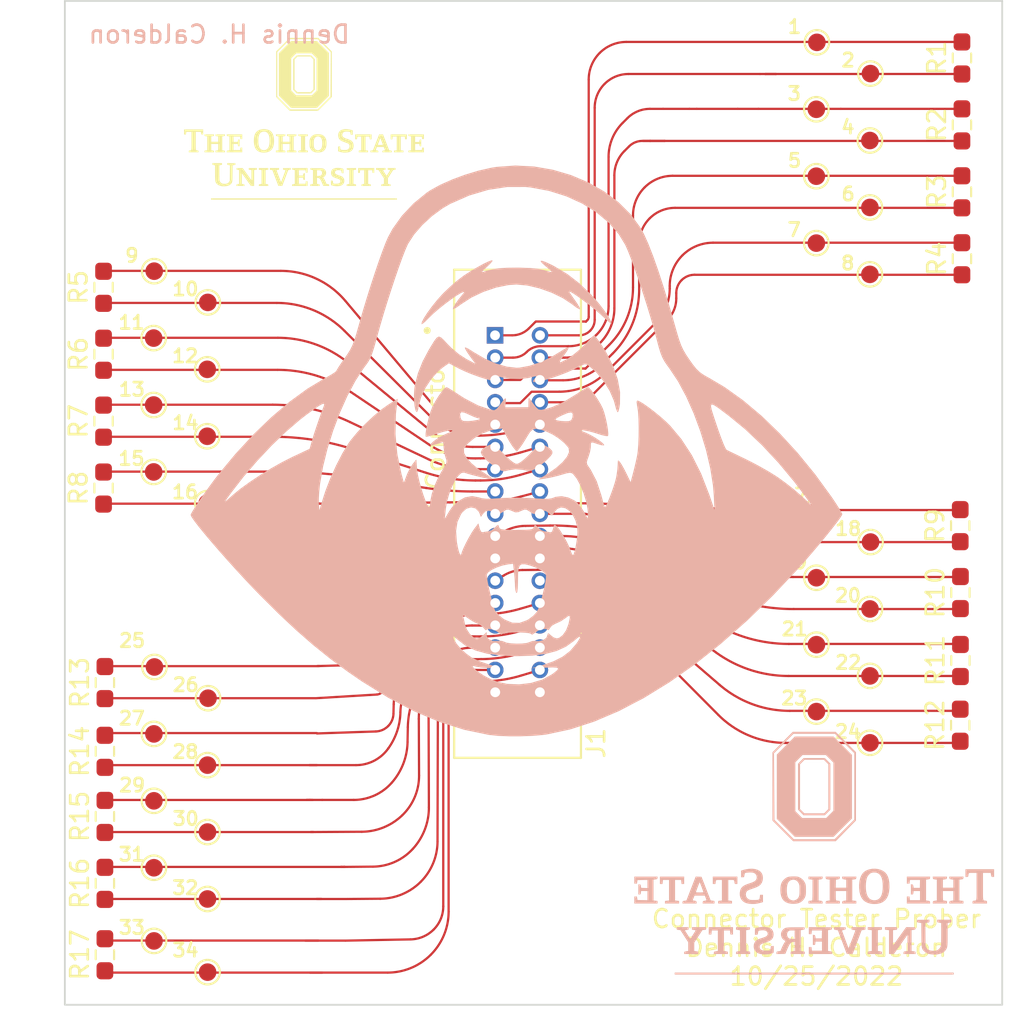
<source format=kicad_pcb>
(kicad_pcb (version 20211014) (generator pcbnew)
  (title_block (company "The Ohio State University"))
  (layers (0 "F.Cu" signal) (31 "B.Cu" signal) (34 "B.Paste" user) (35 "F.Paste" user) (36 "B.SilkS" user "B.Silkscreen") (37 "F.SilkS" user "F.Silkscreen") (38 "B.Mask" user) (39 "F.Mask" user) (44 "Edge.Cuts" user))
  (net 0 "")
  (net 1 "Net-(J1-Pad1)")
  (net 2 "Net-(J1-Pad2)")
  (net 3 "Net-(J1-Pad3)")
  (net 4 "Net-(J1-Pad4)")
  (net 5 "Net-(J1-Pad5)")
  (net 6 "Net-(J1-Pad6)")
  (net 7 "Net-(J1-Pad7)")
  (net 8 "Net-(J1-Pad8)")
  (net 9 "Net-(J1-Pad9)")
  (net 10 "Net-(J1-Pad10)")
  (net 11 "Net-(J1-Pad11)")
  (net 12 "Net-(J1-Pad12)")
  (net 13 "Net-(J1-Pad13)")
  (net 14 "Net-(J1-Pad14)")
  (net 15 "Net-(J1-Pad15)")
  (net 16 "Net-(J1-Pad16)")
  (net 17 "Net-(J1-Pad17)")
  (net 18 "Net-(J1-Pad18)")
  (net 19 "Net-(J1-Pad19)")
  (net 20 "Net-(J1-Pad20)")
  (net 21 "Net-(J1-Pad21)")
  (net 22 "Net-(J1-Pad22)")
  (net 23 "Net-(J1-Pad23)")
  (net 24 "Net-(J1-Pad24)")
  (net 25 "Net-(J1-Pad25)")
  (net 26 "Net-(J1-Pad26)")
  (net 27 "Net-(J1-Pad27)")
  (net 28 "Net-(J1-Pad28)")
  (net 29 "Net-(J1-Pad29)")
  (net 30 "Net-(J1-Pad30)")
  (net 31 "Net-(J1-Pad31)")
  (net 32 "Net-(J1-Pad32)")
  (net 33 "Net-(J1-Pad33)")
  (net 34 "Net-(J1-Pad34)")
  (footprint "Resistor_SMD:R_0603_1608Metric_Pad0.98x0.95mm_HandSolder" (layer "F.Cu") (at 152.81 109.1755 90)
    (fp_text reference "R9")
    (fp_text value "R_US")
  )
  (footprint "TestPoint:TestPoint_Pad_D1.0mm" (layer "F.Cu") (at 106.9284 128.651)
    (fp_text reference "REF**" hide)
    (fp_text value "TestPoint_Pad_D1.0mm")
  )
  (footprint "Resistor_SMD:R_0603_1608Metric_Pad0.98x0.95mm_HandSolder" (layer "F.Cu") (at 104.0638 99.4156 90)
    (fp_text reference "R6")
    (fp_text value "R_US")
  )
  (footprint "TestPoint:TestPoint_Pad_D1.0mm" (layer "F.Cu") (at 147.6756 121.539)
    (fp_text reference "REF**" hide)
    (fp_text value "TestPoint_Pad_D1.0mm")
  )
  (footprint "TestPoint:TestPoint_Pad_D1.0mm" (layer "F.Cu") (at 110.0074 118.999)
    (fp_text reference "REF**" hide)
    (fp_text value "TestPoint_Pad_D1.0mm")
  )
  (footprint "Resistor_SMD:R_0603_1608Metric_Pad0.98x0.95mm_HandSolder" (layer "F.Cu") (at 104.14 133.604 90)
    (fp_text reference "R17")
    (fp_text value "R_US")
  )
  (footprint "HELIX:HELIX_DCT_ICDconnector34pin_corrected" (layer "F.Cu") (at 127.62024 108.5 -90)
    (fp_text reference "J1")
    (fp_text value "2x17 Connector")
  )
  (footprint "TestPoint:TestPoint_Pad_D1.0mm" (layer "F.Cu") (at 106.9458 94.6876)
    (fp_text reference "REF**" hide)
    (fp_text value "TestPoint_Pad_D1.0mm")
  )
  (footprint "TestPoint:TestPoint_Pad_D1.0mm" (layer "F.Cu") (at 106.9148 102.3076)
    (fp_text reference "REF**" hide)
    (fp_text value "TestPoint_Pad_D1.0mm")
  )
  (footprint "Resistor_SMD:R_0603_1608Metric_Pad0.98x0.95mm_HandSolder" (layer "F.Cu") (at 104.0638 95.6056 90)
    (fp_text reference "R5")
    (fp_text value "R_US")
  )
  (footprint "TestPoint:TestPoint_Pad_D1.0mm" (layer "F.Cu") (at 144.622 93.091)
    (fp_text reference "REF**" hide)
    (fp_text value "TestPoint_Pad_D1.0mm")
  )
  (footprint "TestPoint:TestPoint_Pad_D1.0mm" (layer "F.Cu") (at 147.701 83.439)
    (fp_text reference "REF**" hide)
    (fp_text value "TestPoint_Pad_D1.0mm")
  )
  (footprint "TestPoint:TestPoint_Pad_D1.0mm" (layer "F.Cu") (at 147.67 94.869)
    (fp_text reference "REF**" hide)
    (fp_text value "TestPoint_Pad_D1.0mm")
  )
  (footprint "TestPoint:TestPoint_Pad_D1.0mm" (layer "F.Cu") (at 106.9148 98.4976)
    (fp_text reference "REF**" hide)
    (fp_text value "TestPoint_Pad_D1.0mm")
  )
  (footprint "TestPoint:TestPoint_Pad_D1.0mm" (layer "F.Cu") (at 106.9148 106.1176)
    (fp_text reference "REF**" hide)
    (fp_text value "TestPoint_Pad_D1.0mm")
  )
  (footprint "TestPoint:TestPoint_Pad_D1.0mm" (layer "F.Cu") (at 147.6756 117.729)
    (fp_text reference "REF**" hide)
    (fp_text value "TestPoint_Pad_D1.0mm")
  )
  (footprint "TestPoint:TestPoint_Pad_D1.0mm" (layer "F.Cu") (at 106.9594 117.221)
    (fp_text reference "REF**" hide)
    (fp_text value "TestPoint_Pad_D1.0mm")
  )
  (footprint "TestPoint:TestPoint_Pad_D1.0mm" (layer "F.Cu") (at 106.934 132.8166)
    (fp_text reference "REF**" hide)
    (fp_text value "TestPoint_Pad_D1.0mm")
  )
  (footprint "TestPoint:TestPoint_Pad_D1.0mm" (layer "F.Cu") (at 109.9628 104.0856)
    (fp_text reference "REF**" hide)
    (fp_text value "TestPoint_Pad_D1.0mm")
  )
  (footprint "TestPoint:TestPoint_Pad_D1.0mm" (layer "F.Cu") (at 144.6276 112.141)
    (fp_text reference "REF**" hide)
    (fp_text value "TestPoint_Pad_D1.0mm")
  )
  (footprint "TestPoint:TestPoint_Pad_D1.0mm" (layer "F.Cu") (at 147.67 87.249)
    (fp_text reference "REF**" hide)
    (fp_text value "TestPoint_Pad_D1.0mm")
  )
  (footprint "Resistor_SMD:R_0603_1608Metric_Pad0.98x0.95mm_HandSolder" (layer "F.Cu") (at 152.81 120.5355 90)
    (fp_text reference "R12")
    (fp_text value "R_US")
  )
  (footprint "Resistor_SMD:R_0603_1608Metric_Pad0.98x0.95mm_HandSolder" (layer "F.Cu") (at 104.0638 103.2256 90)
    (fp_text reference "R7")
    (fp_text value "R_US")
  )
  (footprint "Resistor_SMD:R_0603_1608Metric_Pad0.98x0.95mm_HandSolder" (layer "F.Cu") (at 152.908 90.17 90)
    (fp_text reference "R3")
    (fp_text value "R_US")
  )
  (footprint "TestPoint:TestPoint_Pad_D1.0mm" (layer "F.Cu") (at 144.622 89.281)
    (fp_text reference "REF**" hide)
    (fp_text value "TestPoint_Pad_D1.0mm")
  )
  (footprint "Resistor_SMD:R_0603_1608Metric_Pad0.98x0.95mm_HandSolder" (layer "F.Cu") (at 104.14 125.73 90)
    (fp_text reference "R15")
    (fp_text value "R_US")
  )
  (footprint "TestPoint:TestPoint_Pad_D1.0mm" (layer "F.Cu") (at 106.9284 121.031)
    (fp_text reference "REF**" hide)
    (fp_text value "TestPoint_Pad_D1.0mm")
  )
  (footprint "TestPoint:TestPoint_Pad_D1.0mm" (layer "F.Cu") (at 109.9628 100.2756)
    (fp_text reference "REF**" hide)
    (fp_text value "TestPoint_Pad_D1.0mm")
  )
  (footprint "TestPoint:TestPoint_Pad_D1.0mm" (layer "F.Cu") (at 144.653 81.661)
    (fp_text reference "REF**" hide)
    (fp_text value "TestPoint_Pad_D1.0mm")
  )
  (footprint "TestPoint:TestPoint_Pad_D1.0mm" (layer "F.Cu") (at 106.9284 124.841)
    (fp_text reference "REF**" hide)
    (fp_text value "TestPoint_Pad_D1.0mm")
  )
  (footprint "TestPoint:TestPoint_Pad_D1.0mm" (layer "F.Cu") (at 147.67 91.059)
    (fp_text reference "REF**" hide)
    (fp_text value "TestPoint_Pad_D1.0mm")
  )
  (footprint "Resistor_SMD:R_0603_1608Metric_Pad0.98x0.95mm_HandSolder" (layer "F.Cu") (at 104.0638 107.0356 90)
    (fp_text reference "R8")
    (fp_text value "R_US")
  )
  (footprint "Resistor_SMD:R_0603_1608Metric_Pad0.98x0.95mm_HandSolder" (layer "F.Cu") (at 152.908 82.55 90)
    (fp_text reference "R1")
    (fp_text value "R_US")
  )
  (footprint "TestPoint:TestPoint_Pad_D1.0mm" (layer "F.Cu") (at 144.622 85.471)
    (fp_text reference "REF**" hide)
    (fp_text value "TestPoint_Pad_D1.0mm")
  )
  (footprint "TestPoint:TestPoint_Pad_D1.0mm" (layer "F.Cu") (at 109.9764 126.619)
    (fp_text reference "REF**" hide)
    (fp_text value "TestPoint_Pad_D1.0mm")
  )
  (footprint "TestPoint:TestPoint_Pad_D1.0mm" (layer "F.Cu") (at 144.6276 119.761)
    (fp_text reference "REF**" hide)
    (fp_text value "TestPoint_Pad_D1.0mm")
  )
  (footprint "TestPoint:TestPoint_Pad_D1.0mm" (layer "F.Cu") (at 144.6276 115.951)
    (fp_text reference "REF**" hide)
    (fp_text value "TestPoint_Pad_D1.0mm")
  )
  (footprint "Resistor_SMD:R_0603_1608Metric_Pad0.98x0.95mm_HandSolder" (layer "F.Cu") (at 104.14 118.11 90)
    (fp_text reference "R13")
    (fp_text value "R_US")
  )
  (footprint "TestPoint:TestPoint_Pad_D1.0mm" (layer "F.Cu") (at 109.9938 96.4656)
    (fp_text reference "REF**" hide)
    (fp_text value "TestPoint_Pad_D1.0mm")
  )
  (footprint "Resistor_SMD:R_0603_1608Metric_Pad0.98x0.95mm_HandSolder" (layer "F.Cu") (at 152.908 86.36 90)
    (fp_text reference "R2")
    (fp_text value "R_US")
  )
  (footprint "Resistor_SMD:R_0603_1608Metric_Pad0.98x0.95mm_HandSolder" (layer "F.Cu") (at 104.14 122.0235 90)
    (fp_text reference "R14")
    (fp_text value "R_US")
  )
  (footprint "TestPoint:TestPoint_Pad_D1.0mm" (layer "F.Cu") (at 109.9764 122.809)
    (fp_text reference "REF**" hide)
    (fp_text value "TestPoint_Pad_D1.0mm")
  )
  (footprint "Resistor_SMD:R_0603_1608Metric_Pad0.98x0.95mm_HandSolder" (layer "F.Cu") (at 104.14 129.54 90)
    (fp_text reference "R16")
    (fp_text value "R_US")
  )
  (footprint "TestPoint:TestPoint_Pad_D1.0mm" (layer "F.Cu") (at 109.982 134.5946)
    (fp_text reference "REF**" hide)
    (fp_text value "TestPoint_Pad_D1.0mm")
  )
  (footprint "Resistor_SMD:R_0603_1608Metric_Pad0.98x0.95mm_HandSolder" (layer "F.Cu") (at 152.822 116.8525 90)
    (fp_text reference "R11")
    (fp_text value "R_US")
  )
  (footprint "TestPoint:TestPoint_Pad_D1.0mm" (layer "F.Cu") (at 109.9628 107.8956)
    (fp_text reference "REF**" hide)
    (fp_text value "TestPoint_Pad_D1.0mm")
  )
  (footprint "Resistor_SMD:R_0603_1608Metric_Pad0.98x0.95mm_HandSolder" (layer "F.Cu") (at 152.908 93.98 90)
    (fp_text reference "R4")
    (fp_text value "R_US")
  )
  (footprint "TestPoint:TestPoint_Pad_D1.0mm" (layer "F.Cu") (at 109.9764 130.429)
    (fp_text reference "REF**" hide)
    (fp_text value "TestPoint_Pad_D1.0mm")
  )
  (footprint "LOGO" (layer "F.Cu") (at 115.4684 86.0044)
    (fp_text reference "G***" hide)
    (fp_text value "LOGO" hide)
  )
  (footprint "TestPoint:TestPoint_Pad_D1.0mm" (layer "F.Cu") (at 147.7066 110.109)
    (fp_text reference "REF**" hide)
    (fp_text value "TestPoint_Pad_D1.0mm")
  )
  (footprint "TestPoint:TestPoint_Pad_D1.0mm" (layer "F.Cu") (at 147.6756 113.919)
    (fp_text reference "REF**" hide)
    (fp_text value "TestPoint_Pad_D1.0mm")
  )
  (footprint "Resistor_SMD:R_0603_1608Metric_Pad0.98x0.95mm_HandSolder" (layer "F.Cu") (at 152.822 112.9855 90)
    (fp_text reference "R10")
    (fp_text value "R_US")
  )
  (footprint "TestPoint:TestPoint_Pad_D1.0mm" (layer "F.Cu") (at 144.6586 108.331)
    (fp_text reference "REF**" hide)
    (fp_text value "TestPoint_Pad_D1.0mm")
  )
  (footprint "LOGO" (layer "B.Cu") (at 127.5588 104.9274 180)
    (fp_text reference "G***" hide)
    (fp_text value "LOGO" hide)
  )
  (footprint "LOGO" (layer "B.Cu") (at 144.5006 127.8128 180)
    (fp_text reference "G***" hide)
    (fp_text value "LOGO" hide)
  )
  (gr_rect locked (start 101.86 79.3) (end 155.2 136.45) (layer "Edge.Cuts") (width 0.1) (fill none))
  (gr_text "Dennis H. Calderon\n" (at 110.6424 81.2038) (layer "B.SilkS") (effects (font (size 1.016 1.016) (thickness 0.1524)) (justify mirror)))
  (gr_text "1" (at 143.383 80.772) (layer "F.SilkS") (effects (font (size 0.762 0.762) (thickness 0.1524))))
  (gr_text "11" (at 105.660451 97.6086) (layer "F.SilkS") (effects (font (size 0.762 0.762) (thickness 0.1524))))
  (gr_text "15" (at 105.655481 105.3556) (layer "F.SilkS") (effects (font (size 0.762 0.762) (thickness 0.1524))))
  (gr_text "5" (at 143.383 88.392) (layer "F.SilkS") (effects (font (size 0.762 0.762) (thickness 0.1524))))
  (gr_text "3" (at 143.367651 84.582) (layer "F.SilkS") (effects (font (size 0.762 0.762) (thickness 0.1524))))
  (gr_text "8" (at 146.410681 94.234) (layer "F.SilkS") (effects (font (size 0.762 0.762) (thickness 0.1524))))
  (gr_text "18\n" (at 146.4366 109.347) (layer "F.SilkS") (effects (font (size 0.762 0.762) (thickness 0.1524))))
  (gr_text "28\n" (at 108.722051 122.047) (layer "F.SilkS") (effects (font (size 0.762 0.762) (thickness 0.1524))))
  (gr_text "17" (at 143.3886 107.442) (layer "F.SilkS") (effects (font (size 0.762 0.762) (thickness 0.1524))))
  (gr_text "27\n" (at 105.674051 120.142) (layer "F.SilkS") (effects (font (size 0.762 0.762) (thickness 0.1524))))
  (gr_text "13" (at 105.6758 101.4186) (layer "F.SilkS") (effects (font (size 0.762 0.762) (thickness 0.1524))))
  (gr_text "34\n\n" (at 108.722681 133.9596) (layer "F.SilkS") (effects (font (size 0.762 0.762) (thickness 0.1524))))
  (gr_text "23" (at 143.368281 118.999) (layer "F.SilkS") (effects (font (size 0.762 0.762) (thickness 0.1524))))
  (gr_text "14" (at 108.7238 103.3236) (layer "F.SilkS") (effects (font (size 0.762 0.762) (thickness 0.1524))))
  (gr_text "7" (at 143.362681 92.329) (layer "F.SilkS") (effects (font (size 0.762 0.762) (thickness 0.1524))))
  (gr_text "10\n" (at 108.7238 95.7036) (layer "F.SilkS") (effects (font (size 0.762 0.762) (thickness 0.1524))))
  (gr_text "25\n\n" (at 105.6894 116.332) (layer "F.SilkS") (effects (font (size 0.762 0.762) (thickness 0.1524))))
  (gr_text "Connector Tester Prober\nDennis H. Calderon\n10/25/2022" (at 144.6276 133.1976) (layer "F.SilkS") (effects (font (size 1.016 1.016) (thickness 0.1524))))
  (gr_text "32\n" (at 108.717081 129.794) (layer "F.SilkS") (effects (font (size 0.762 0.762) (thickness 0.1524))))
  (gr_text "2" (at 146.431 82.677) (layer "F.SilkS") (effects (font (size 0.762 0.762) (thickness 0.1524))))
  (gr_text "33\n" (at 105.674681 132.0546) (layer "F.SilkS") (effects (font (size 0.762 0.762) (thickness 0.1524))))
  (gr_text "31\n" (at 105.669081 127.889) (layer "F.SilkS") (effects (font (size 0.762 0.762) (thickness 0.1524))))
  (gr_text "26\n" (at 108.7374 118.237) (layer "F.SilkS") (effects (font (size 0.762 0.762) (thickness 0.1524))))
  (gr_text "19\n" (at 143.373251 111.252) (layer "F.SilkS") (effects (font (size 0.762 0.762) (thickness 0.1524))))
  (gr_text "6" (at 146.431 90.297) (layer "F.SilkS") (effects (font (size 0.762 0.762) (thickness 0.1524))))
  (gr_text "12" (at 108.708451 99.5136) (layer "F.SilkS") (effects (font (size 0.762 0.762) (thickness 0.1524))))
  (gr_text "20\n" (at 146.421251 113.157) (layer "F.SilkS") (effects (font (size 0.762 0.762) (thickness 0.1524))))
  (gr_text "21" (at 143.3886 115.062) (layer "F.SilkS") (effects (font (size 0.762 0.762) (thickness 0.1524))))
  (gr_text "30\n" (at 108.7374 125.857) (layer "F.SilkS") (effects (font (size 0.762 0.762) (thickness 0.1524))))
  (gr_text "29" (at 105.6894 123.952) (layer "F.SilkS") (effects (font (size 0.762 0.762) (thickness 0.1524))))
  (gr_text "24\n" (at 146.416281 120.904) (layer "F.SilkS") (effects (font (size 0.762 0.762) (thickness 0.1524))))
  (gr_text "4" (at 146.415651 86.487) (layer "F.SilkS") (effects (font (size 0.762 0.762) (thickness 0.1524))))
  (gr_text "16" (at 108.703481 107.2606) (layer "F.SilkS") (effects (font (size 0.762 0.762) (thickness 0.1524))))
  (gr_text "22" (at 146.4366 116.967) (layer "F.SilkS") (effects (font (size 0.762 0.762) (thickness 0.1524))))
  (gr_text "9" (at 105.6758 93.7986) (layer "F.SilkS") (effects (font (size 0.762 0.762) (thickness 0.1524))))
  (segment (start 133.808151 81.6375) (end 152.908 81.6375) (width 0.127) (layer "F.Cu") (net 1))
  (segment (start 131.592499 97.477499) (end 131.516767 97.553232) (width 0.127) (layer "F.Cu") (net 1))
  (segment (start 131.51 97.5525) (end 131.51 97.55) (width 0.127) (layer "F.Cu") (net 1))
  (segment (start 131.5075 97.555) (end 131.5125 97.555) (width 0.127) (layer "F.Cu") (net 1))
  (segment (start 128.2625 97.9475) (end 128.6475 97.5625) (width 0.127) (layer "F.Cu") (net 1))
  (segment (start 131.67 97.290398) (end 131.67 83.775651) (width 0.127) (layer "F.Cu") (net 1))
  (segment (start 127.314921 98.34) (end 126.34008 98.34) (width 0.127) (layer "F.Cu") (net 1))
  (segment (start 128.665606 97.555) (end 131.5075 97.555) (width 0.127) (layer "F.Cu") (net 1))
  (arc (start 133.808151 81.6375) (mid 132.989916 81.800257) (end 132.29625 82.26375) (width 0.127) (layer "F.Cu") (net 1))
  (arc (start 131.51 97.5525) (mid 131.510732 97.554267) (end 131.5125 97.555) (width 0.127) (layer "F.Cu") (net 1))
  (arc (start 131.592499 97.477499) (mid 131.649858 97.391656) (end 131.67 97.290398) (width 0.127) (layer "F.Cu") (net 1))
  (arc (start 128.2625 97.9475) (mid 127.827747 98.237992) (end 127.314921 98.34) (width 0.127) (layer "F.Cu") (net 1))
  (arc (start 131.516767 97.553232) (mid 131.514809 97.55454) (end 131.5125 97.555) (width 0.127) (layer "F.Cu") (net 1))
  (arc (start 131.51 97.5525) (mid 131.509267 97.554267) (end 131.5075 97.555) (width 0.127) (layer "F.Cu") (net 1))
  (arc (start 131.67 83.775651) (mid 131.832757 82.957416) (end 132.29625 82.26375) (width 0.127) (layer "F.Cu") (net 1))
  (segment (start 141.4215 83.4625) (end 133.934762 83.4625) (width 0.127) (layer "F.Cu") (net 2))
  (segment (start 141.7225 83.4625) (end 142.3245 83.4625) (width 0.127) (layer "F.Cu") (net 2))
  (segment (start 131.122304 98.34) (end 128.9004 98.34) (width 0.127) (layer "F.Cu") (net 2))
  (segment (start 141.4215 83.4625) (end 141.7225 83.4625) (width 0.127) (layer "F.Cu") (net 2))
  (segment (start 142.3245 83.4625) (end 152.908 83.4625) (width 0.127) (layer "F.Cu") (net 2))
  (segment (start 142.3245 83.4625) (end 141.7225 83.4625) (width 0.127) (layer "F.Cu") (net 2))
  (segment (start 132.01 97.452304) (end 132.01 85.387262) (width 0.127) (layer "F.Cu") (net 2))
  (arc (start 132.57375 84.02625) (mid 133.198187 83.609013) (end 133.934762 83.4625) (width 0.127) (layer "F.Cu") (net 2))
  (arc (start 131.75 98.08) (mid 131.942428 97.79201) (end 132.01 97.452304) (width 0.127) (layer "F.Cu") (net 2))
  (arc (start 132.57375 84.02625) (mid 132.156513 84.650687) (end 132.01 85.387262) (width 0.127) (layer "F.Cu") (net 2))
  (arc (start 131.75 98.08) (mid 131.46201 98.272428) (end 131.122304 98.34) (width 0.127) (layer "F.Cu") (net 2))
  (segment (start 146.013788 85.4475) (end 152.908 85.4475) (width 0.127) (layer "F.Cu") (net 3))
  (segment (start 133.872169 85.97783) (end 133.601249 86.248749) (width 0.127) (layer "F.Cu") (net 3))
  (segment (start 128.929619 98.96) (end 130.512476 98.96) (width 0.127) (layer "F.Cu") (net 3))
  (segment (start 137.818428 85.4475) (end 137.4025 85.4475) (width 0.127) (layer "F.Cu") (net 3))
  (segment (start 140.150284 85.4475) (end 137.818428 85.4475) (width 0.127) (layer "F.Cu") (net 3))
  (segment (start 137.4025 85.4475) (end 135.9025 85.4475) (width 0.127) (layer "F.Cu") (net 3))
  (segment (start 135.1525 85.4475) (end 135.9025 85.4475) (width 0.127) (layer "F.Cu") (net 3))
  (segment (start 132.8 88.183138) (end 132.8 96.672476) (width 0.127) (layer "F.Cu") (net 3))
  (segment (start 140.150284 85.4475) (end 141.3275 85.4475) (width 0.127) (layer "F.Cu") (net 3))
  (segment (start 127.36038 99.61) (end 126.35024 99.61) (width 0.127) (layer "F.Cu") (net 3))
  (segment (start 146.013788 85.4475) (end 141.3275 85.4475) (width 0.127) (layer "F.Cu") (net 3))
  (arc (start 130.512476 98.96) (mid 131.387873 98.785872) (end 132.13 98.29) (width 0.127) (layer "F.Cu") (net 3))
  (arc (start 127.36038 99.61) (mid 127.785013 99.525535) (end 128.145 99.285) (width 0.127) (layer "F.Cu") (net 3))
  (arc (start 132.8 88.183138) (mid 133.008237 87.136254) (end 133.601249 86.248749) (width 0.127) (layer "F.Cu") (net 3))
  (arc (start 128.929619 98.96) (mid 128.504986 99.044464) (end 128.145 99.285) (width 0.127) (layer "F.Cu") (net 3))
  (arc (start 132.8 96.672476) (mid 132.625872 97.547873) (end 132.13 98.29) (width 0.127) (layer "F.Cu") (net 3))
  (arc (start 135.1525 85.4475) (mid 134.45959 85.585328) (end 133.872169 85.97783) (width 0.127) (layer "F.Cu") (net 3))
  (segment (start 135.1675 87.2725) (end 135.9975 87.2725) (width 0.127) (layer "F.Cu") (net 4))
  (segment (start 133.962837 87.587162) (end 133.703749 87.846249) (width 0.127) (layer "F.Cu") (net 4))
  (segment (start 133.13 96.793273) (end 133.13 89.231405) (width 0.127) (layer "F.Cu") (net 4))
  (segment (start 135.1675 87.2725) (end 134.7525 87.2725) (width 0.127) (layer "F.Cu") (net 4))
  (segment (start 130.313273 99.61) (end 128.89024 99.61) (width 0.127) (layer "F.Cu") (net 4))
  (segment (start 135.1675 87.2725) (end 134.7525 87.2725) (width 0.127) (layer "F.Cu") (net 4))
  (segment (start 135.9975 87.2725) (end 135.1675 87.2725) (width 0.127) (layer "F.Cu") (net 4))
  (segment (start 135.9975 87.2725) (end 152.908 87.2725) (width 0.127) (layer "F.Cu") (net 4))
  (arc (start 132.305 98.785) (mid 131.391188 99.395589) (end 130.313273 99.61) (width 0.127) (layer "F.Cu") (net 4))
  (arc (start 133.703749 87.846249) (mid 133.279112 88.481764) (end 133.13 89.231405) (width 0.127) (layer "F.Cu") (net 4))
  (arc (start 133.962837 87.587162) (mid 134.311373 87.354277) (end 134.7225 87.2725) (width 0.127) (layer "F.Cu") (net 4))
  (arc (start 132.305 98.785) (mid 132.915589 97.871188) (end 133.13 96.793273) (width 0.127) (layer "F.Cu") (net 4))
  (segment (start 126.31024 100.88) (end 127.73 100.88) (width 0.127) (layer "F.Cu") (net 5))
  (segment (start 134.19 95.61374) (end 134.19 91.515148) (width 0.127) (layer "F.Cu") (net 5))
  (segment (start 127.78 100.88) (end 128.4 100.26) (width 0.127) (layer "F.Cu") (net 5))
  (segment (start 136.447648 89.2575) (end 152.908 89.2575) (width 0.127) (layer "F.Cu") (net 5))
  (segment (start 131.462928 100.23) (end 128.43 100.23) (width 0.127) (layer "F.Cu") (net 5))
  (segment (start 131.485 100.235) (end 132.835 98.885) (width 0.127) (layer "F.Cu") (net 5))
  (arc (start 131.475 100.235) (mid 131.48 100.237071) (end 131.485 100.235) (width 0.127) (layer "F.Cu") (net 5))
  (arc (start 134.19 95.61374) (mid 133.837846 97.384133) (end 132.835 98.885) (width 0.127) (layer "F.Cu") (net 5))
  (arc (start 134.85125 89.91875) (mid 134.361853 90.651183) (end 134.19 91.515148) (width 0.127) (layer "F.Cu") (net 5))
  (arc (start 131.475 100.235) (mid 131.469461 100.231299) (end 131.462928 100.23) (width 0.127) (layer "F.Cu") (net 5))
  (arc (start 136.447648 89.2575) (mid 135.583683 89.429353) (end 134.85125 89.91875) (width 0.127) (layer "F.Cu") (net 5))
  (segment (start 128.90024 100.89) (end 128.89024 100.88) (width 0.127) (layer "F.Cu") (net 6))
  (segment (start 134.54 95.727466) (end 134.54 93.12676) (width 0.127) (layer "F.Cu") (net 6))
  (segment (start 132.429153 99.980846) (end 133.024999 99.384999) (width 0.127) (layer "F.Cu") (net 6))
  (segment (start 128.924382 100.9) (end 130.21012 100.9) (width 0.127) (layer "F.Cu") (net 6))
  (segment (start 136.58426 91.0825) (end 152.908 91.0825) (width 0.127) (layer "F.Cu") (net 6))
  (arc (start 134.54 93.12676) (mid 134.69561 92.344455) (end 135.13875 91.68125) (width 0.127) (layer "F.Cu") (net 6))
  (arc (start 128.924382 100.9) (mid 128.911316 100.897401) (end 128.90024 100.89) (width 0.127) (layer "F.Cu") (net 6))
  (arc (start 136.58426 91.0825) (mid 135.801955 91.23811) (end 135.13875 91.68125) (width 0.127) (layer "F.Cu") (net 6))
  (arc (start 134.54 95.727466) (mid 134.146264 97.706908) (end 133.024999 99.384999) (width 0.127) (layer "F.Cu") (net 6))
  (arc (start 130.21012 100.9) (mid 131.411052 100.661119) (end 132.429153 99.980846) (width 0.127) (layer "F.Cu") (net 6))
  (segment (start 129.99 101.55) (end 128.42 101.55) (width 0.127) (layer "F.Cu") (net 7))
  (segment (start 127.77 102.2) (end 128.39 101.58) (width 0.127) (layer "F.Cu") (net 7))
  (segment (start 132.670157 100.439842) (end 135.459756 97.650243) (width 0.127) (layer "F.Cu") (net 7))
  (segment (start 138.742501 93.0675) (end 152.908 93.0675) (width 0.127) (layer "F.Cu") (net 7))
  (segment (start 126.30024 102.2) (end 127.72 102.2) (width 0.127) (layer "F.Cu") (net 7))
  (segment (start 136.28 95.67) (end 136.28 95.530001) (width 0.127) (layer "F.Cu") (net 7))
  (arc (start 136.28 95.67) (mid 136.066825 96.7417) (end 135.459756 97.650243) (width 0.127) (layer "F.Cu") (net 7))
  (arc (start 132.670157 100.439842) (mid 131.44049 101.261479) (end 129.99 101.55) (width 0.127) (layer "F.Cu") (net 7))
  (arc (start 137.00125 93.78875) (mid 137.800142 93.254946) (end 138.742501 93.0675) (width 0.127) (layer "F.Cu") (net 7))
  (arc (start 137.00125 93.78875) (mid 136.467446 94.587642) (end 136.28 95.530001) (width 0.127) (layer "F.Cu") (net 7))
  (segment (start 136.652 96.231) (end 136.652 95.936395) (width 0.127) (layer "F.Cu") (net 8))
  (segment (start 136.137933 97.472066) (end 131.464999 102.144999) (width 0.127) (layer "F.Cu") (net 8))
  (segment (start 137.695895 94.8925) (end 152.908 94.8925) (width 0.127) (layer "F.Cu") (net 8))
  (segment (start 131.452928 102.15) (end 128.89024 102.15) (width 0.127) (layer "F.Cu") (net 8))
  (arc (start 131.465 102.155) (mid 131.459461 102.151299) (end 131.452928 102.15) (width 0.127) (layer "F.Cu") (net 8))
  (arc (start 136.95775 95.19825) (mid 137.296413 94.971961) (end 137.695895 94.8925) (width 0.127) (layer "F.Cu") (net 8))
  (arc (start 131.465 102.155) (mid 131.462928 102.149999) (end 131.464999 102.144999) (width 0.127) (layer "F.Cu") (net 8))
  (arc (start 136.95775 95.19825) (mid 136.731461 95.536913) (end 136.652 95.936395) (width 0.127) (layer "F.Cu") (net 8))
  (arc (start 131.452928 102.15) (mid 131.459461 102.1487) (end 131.464999 102.144999) (width 0.127) (layer "F.Cu") (net 8))
  (arc (start 136.137933 97.472066) (mid 136.518398 96.90266) (end 136.652 96.231) (width 0.127) (layer "F.Cu") (net 8))
  (segment (start 122.912649 102.425436) (end 117.821483 96.378398) (width 0.127) (layer "F.Cu") (net 9))
  (segment (start 125.05012 103.42) (end 126.35024 103.42) (width 0.127) (layer "F.Cu") (net 9))
  (segment (start 114.149013 94.6696) (end 104.2143 94.6696) (width 0.127) (layer "F.Cu") (net 9))
  (arc (start 114.149013 94.6696) (mid 116.174292 95.117713) (end 117.821483 96.378398) (width 0.127) (layer "F.Cu") (net 9))
  (arc (start 122.912649 102.425436) (mid 123.871356 103.159186) (end 125.05012 103.42) (width 0.127) (layer "F.Cu") (net 9))
  (segment (start 127.75462 103.7292) (end 128.89024 103.42) (width 0.127) (layer "F.Cu") (net 10))
  (segment (start 117.772963 98.085625) (end 122.766436 103.059909) (width 0.127) (layer "F.Cu") (net 10))
  (segment (start 125.442085 104.048908) (end 125.196599 104.051099) (width 0.127) (layer "F.Cu") (net 10))
  (segment (start 113.921405 96.4946) (end 104.2143 96.4946) (width 0.127) (layer "F.Cu") (net 10))
  (arc (start 125.442085 104.048908) (mid 126.608633 103.963418) (end 127.75462 103.7292) (width 0.127) (layer "F.Cu") (net 10))
  (arc (start 117.772963 98.085625) (mid 116.005023 96.908014) (end 113.921405 96.4946) (width 0.127) (layer "F.Cu") (net 10))
  (arc (start 125.196599 104.051099) (mid 123.882035 103.799411) (end 122.766436 103.059909) (width 0.127) (layer "F.Cu") (net 10))
  (segment (start 118.010689 99.926146) (end 122.802207 103.875768) (width 0.127) (layer "F.Cu") (net 11))
  (segment (start 113.981567 98.4796) (end 104.2143 98.4796) (width 0.127) (layer "F.Cu") (net 11))
  (segment (start 125.07012 104.69) (end 126.35024 104.69) (width 0.127) (layer "F.Cu") (net 11))
  (arc (start 113.981567 98.4796) (mid 116.122029 98.852194) (end 118.010689 99.926146) (width 0.127) (layer "F.Cu") (net 11))
  (arc (start 125.07012 104.69) (mid 123.865296 104.480273) (end 122.802207 103.875768) (width 0.127) (layer "F.Cu") (net 11))
  (segment (start 118.158077 101.583496) (end 122.572642 104.551396) (width 0.127) (layer "F.Cu") (net 12))
  (segment (start 125.513899 105.343939) (end 125.221999 105.346499) (width 0.127) (layer "F.Cu") (net 12))
  (segment (start 127.78002 105.0119) (end 128.89024 104.69) (width 0.127) (layer "F.Cu") (net 12))
  (segment (start 113.963587 100.3046) (end 104.2143 100.3046) (width 0.127) (layer "F.Cu") (net 12))
  (arc (start 113.963587 100.3046) (mid 116.156149 100.631428) (end 118.158077 101.583496) (width 0.127) (layer "F.Cu") (net 12))
  (arc (start 125.221999 105.346499) (mid 123.837169 105.149377) (end 122.572642 104.551396) (width 0.127) (layer "F.Cu") (net 12))
  (arc (start 125.513899 105.343939) (mid 126.658326 105.255494) (end 127.78002 105.0119) (width 0.127) (layer "F.Cu") (net 12))
  (segment (start 125.04512 105.96) (end 126.35024 105.96) (width 0.127) (layer "F.Cu") (net 13))
  (segment (start 118.093016 103.28151) (end 122.560804 105.400681) (width 0.127) (layer "F.Cu") (net 13))
  (segment (start 113.687265 102.2896) (end 104.2143 102.2896) (width 0.127) (layer "F.Cu") (net 13))
  (arc (start 125.04512 105.96) (mid 123.77187 105.818441) (end 122.560804 105.400681) (width 0.127) (layer "F.Cu") (net 13))
  (arc (start 118.093016 103.28151) (mid 115.94528 102.540642) (end 113.687265 102.2896) (width 0.127) (layer "F.Cu") (net 13))
  (segment (start 127.78002 106.2819) (end 128.89024 105.96) (width 0.127) (layer "F.Cu") (net 14))
  (segment (start 113.719856 104.1146) (end 104.2143 104.1146) (width 0.127) (layer "F.Cu") (net 14))
  (segment (start 118.265516 104.828847) (end 122.396167 106.159784) (width 0.127) (layer "F.Cu") (net 14))
  (segment (start 125.513855 106.6038) (end 125.222 106.6038) (width 0.127) (layer "F.Cu") (net 14))
  (arc (start 113.719856 104.1146) (mid 116.020571 104.29425) (end 118.265516 104.828847) (width 0.127) (layer "F.Cu") (net 14))
  (arc (start 122.396167 106.159784) (mid 123.791748 106.492119) (end 125.222 106.6038) (width 0.127) (layer "F.Cu") (net 14))
  (arc (start 127.78002 106.2819) (mid 126.658311 106.522923) (end 125.513855 106.6038) (width 0.127) (layer "F.Cu") (net 14))
  (segment (start 125.04012 107.23) (end 126.35024 107.23) (width 0.127) (layer "F.Cu") (net 15))
  (segment (start 118.603069 106.451057) (end 122.434744 107.033209) (width 0.127) (layer "F.Cu") (net 15))
  (segment (start 113.949983 106.0996) (end 104.2143 106.0996) (width 0.127) (layer "F.Cu") (net 15))
  (arc (start 125.04012 107.23) (mid 123.733721 107.180732) (end 122.434744 107.033209) (width 0.127) (layer "F.Cu") (net 15))
  (arc (start 118.603069 106.451057) (mid 116.283153 106.187589) (end 113.949983 106.0996) (width 0.127) (layer "F.Cu") (net 15))
  (segment (start 123.774207 107.849287) (end 120.878633 107.877355) (width 0.127) (layer "F.Cu") (net 16))
  (segment (start 116.331991 107.922822) (end 120.878633 107.877355) (width 0.127) (layer "F.Cu") (net 16))
  (segment (start 123.774207 107.849287) (end 125.072642 107.8371) (width 0.127) (layer "F.Cu") (net 16))
  (segment (start 115.9764 107.9246) (end 116.332 107.9246) (width 0.127) (layer "F.Cu") (net 16))
  (segment (start 127.78002 107.5265) (end 128.89024 107.23) (width 0.127) (layer "F.Cu") (net 16))
  (segment (start 125.520713 107.833079) (end 125.371356 107.834389) (width 0.127) (layer "F.Cu") (net 16))
  (segment (start 125.371356 107.834389) (end 125.072642 107.8371) (width 0.127) (layer "F.Cu") (net 16))
  (segment (start 115.9764 107.9246) (end 104.2143 107.9246) (width 0.127) (layer "F.Cu") (net 16))
  (arc (start 116.331991 107.922822) (mid 116.33111 107.923715) (end 116.332 107.9246) (width 0.127) (layer "F.Cu") (net 16))
  (arc (start 116.331991 107.922822) (mid 116.154197 107.924155) (end 115.9764 107.9246) (width 0.127) (layer "F.Cu") (net 16))
  (arc (start 125.520713 107.833079) (mid 126.660044 107.751109) (end 127.78002 107.5265) (width 0.127) (layer "F.Cu") (net 16))
  (segment (start 140.96245 108.2885) (end 140.65615 108.2885) (width 0.127) (layer "F.Cu") (net 17))
  (segment (start 129.4638 107.9119) (end 128.075121 107.938267) (width 0.127) (layer "F.Cu") (net 17))
  (segment (start 140.6563 108.281705) (end 133.475385 107.962832) (width 0.127) (layer "F.Cu") (net 17))
  (segment (start 126.90372 108.225) (end 126.35024 108.5) (width 0.127) (layer "F.Cu") (net 17))
  (segment (start 140.96245 108.2885) (end 152.7985 108.2885) (width 0.127) (layer "F.Cu") (net 17))
  (arc (start 140.6563 108.281705) (mid 140.659547 108.285176) (end 140.65615 108.2885) (width 0.127) (layer "F.Cu") (net 17))
  (arc (start 126.90372 108.225) (mid 127.473508 108.016627) (end 128.075121 107.938267) (width 0.127) (layer "F.Cu") (net 17))
  (arc (start 140.6563 108.281705) (mid 140.809337 108.286801) (end 140.96245 108.2885) (width 0.127) (layer "F.Cu") (net 17))
  (arc (start 133.475385 107.962832) (mid 131.469996 107.90559) (end 129.4638 107.9119) (width 0.127) (layer "F.Cu") (net 17))
  (segment (start 131.3943 108.5) (end 131.4781 108.5) (width 0.127) (layer "F.Cu") (net 18))
  (segment (start 140.781582 110.103732) (end 131.477496 108.507086) (width 0.127) (layer "F.Cu") (net 18))
  (segment (start 140.89625 110.1135) (end 152.7985 110.1135) (width 0.127) (layer "F.Cu") (net 18))
  (segment (start 131.3943 108.5) (end 128.89024 108.5) (width 0.127) (layer "F.Cu") (net 18))
  (arc (start 140.781582 110.103732) (mid 140.838708 110.111053) (end 140.89625 110.1135) (width 0.127) (layer "F.Cu") (net 18))
  (arc (start 131.4781 108.5) (mid 131.474543 108.503265) (end 131.477496 108.507086) (width 0.127) (layer "F.Cu") (net 18))
  (arc (start 131.3943 108.5) (mid 131.436048 108.501774) (end 131.477496 108.507086) (width 0.127) (layer "F.Cu") (net 18))
  (segment (start 126.90372 109.4823) (end 126.35024 109.77) (width 0.127) (layer "F.Cu") (net 19))
  (segment (start 129.476499 109.169199) (end 128.080938 109.186754) (width 0.127) (layer "F.Cu") (net 19))
  (segment (start 143.293769 112.0985) (end 152.7985 112.0985) (width 0.127) (layer "F.Cu") (net 19))
  (segment (start 133.423572 109.745391) (end 138.740006 111.404468) (width 0.127) (layer "F.Cu") (net 19))
  (arc (start 143.293769 112.0985) (mid 140.990595 111.923995) (end 138.740006 111.404468) (width 0.127) (layer "F.Cu") (net 19))
  (arc (start 126.90372 109.4823) (mid 127.475005 109.265524) (end 128.080938 109.186754) (width 0.127) (layer "F.Cu") (net 19))
  (arc (start 129.476499 109.169199) (mid 131.472775 109.301524) (end 133.423572 109.745391) (width 0.127) (layer "F.Cu") (net 19))
  (segment (start 143.329311 113.9235) (end 152.7985 113.9235) (width 0.127) (layer "F.Cu") (net 20))
  (segment (start 138.887159 112.994054) (end 132.724581 110.297155) (width 0.127) (layer "F.Cu") (net 20))
  (segment (start 130.20512 109.77) (end 128.89024 109.77) (width 0.127) (layer "F.Cu") (net 20))
  (arc (start 138.887159 112.994054) (mid 141.060138 113.688649) (end 143.329311 113.9235) (width 0.127) (layer "F.Cu") (net 20))
  (arc (start 130.20512 109.77) (mid 131.492129 109.9032) (end 132.724581 110.297155) (width 0.127) (layer "F.Cu") (net 20))
  (segment (start 126.89102 110.765) (end 126.35024 111.04) (width 0.127) (layer "F.Cu") (net 21))
  (segment (start 143.057772 115.9085) (end 152.7985 115.9085) (width 0.127) (layer "F.Cu") (net 21))
  (segment (start 138.783049 114.726521) (end 133.240007 111.407411) (width 0.127) (layer "F.Cu") (net 21))
  (segment (start 128.03819 110.47105) (end 129.4638 110.4265) (width 0.127) (layer "F.Cu") (net 21))
  (arc (start 128.03819 110.47105) (mid 127.448401 110.55479) (end 126.89102 110.765) (width 0.127) (layer "F.Cu") (net 21))
  (arc (start 138.783049 114.726521) (mid 140.840209 115.607563) (end 143.057772 115.9085) (width 0.127) (layer "F.Cu") (net 21))
  (arc (start 133.240007 111.407411) (mid 131.422366 110.645694) (end 129.4638 110.4265) (width 0.127) (layer "F.Cu") (net 21))
  (segment (start 143.042842 117.7335) (end 152.7985 117.7335) (width 0.127) (layer "F.Cu") (net 22))
  (segment (start 130.21512 111.04) (end 128.89024 111.04) (width 0.127) (layer "F.Cu") (net 22))
  (segment (start 132.612018 111.818513) (end 138.907424 116.390315) (width 0.127) (layer "F.Cu") (net 22))
  (arc (start 143.042842 117.7335) (mid 140.8688 117.389285) (end 138.907424 116.390315) (width 0.127) (layer "F.Cu") (net 22))
  (arc (start 132.612018 111.818513) (mid 131.475199 111.239507) (end 130.21512 111.04) (width 0.127) (layer "F.Cu") (net 22))
  (segment (start 133.039637 113.008752) (end 139.116375 118.237876) (width 0.127) (layer "F.Cu") (net 23))
  (segment (start 143.106976 119.7185) (end 152.7985 119.7185) (width 0.127) (layer "F.Cu") (net 23))
  (segment (start 126.84022 112.0096) (end 126.35024 112.31) (width 0.127) (layer "F.Cu") (net 23))
  (segment (start 127.904891 111.702148) (end 129.4003 111.6838) (width 0.127) (layer "F.Cu") (net 23))
  (arc (start 126.84022 112.0096) (mid 127.351765 111.783878) (end 127.904891 111.702148) (width 0.127) (layer "F.Cu") (net 23))
  (arc (start 133.039637 113.008752) (mid 131.341004 112.013818) (end 129.4003 111.6838) (width 0.127) (layer "F.Cu") (net 23))
  (arc (start 143.106976 119.7185) (mid 140.978764 119.336412) (end 139.116375 118.237876) (width 0.127) (layer "F.Cu") (net 23))
  (segment (start 139.041668 119.94525) (end 131.462074 112.318325) (width 0.127) (layer "F.Cu") (net 24))
  (segment (start 131.442062 112.31) (end 128.89024 112.31) (width 0.127) (layer "F.Cu") (net 24))
  (segment (start 142.883264 121.5435) (end 152.7985 121.5435) (width 0.127) (layer "F.Cu") (net 24))
  (arc (start 139.041668 119.94525) (mid 140.802863 121.127999) (end 142.883264 121.5435) (width 0.127) (layer "F.Cu") (net 24))
  (segment (start 122.763467 114.431361) (end 120.935916 115.971459) (width 0.127) (layer "F.Cu") (net 25))
  (segment (start 126.34024 113.59) (end 126.35024 113.58) (width 0.127) (layer "F.Cu") (net 25))
  (segment (start 117.9322 117.1194) (end 116.2304 117.1702) (width 0.127) (layer "F.Cu") (net 25))
  (segment (start 126.316097 113.6) (end 125.04012 113.6) (width 0.127) (layer "F.Cu") (net 25))
  (segment (start 104.1635 117.174) (end 116.332 117.174) (width 0.127) (layer "F.Cu") (net 25))
  (arc (start 117.9322 117.1194) (mid 119.531167 116.799526) (end 120.935916 115.971459) (width 0.127) (layer "F.Cu") (net 25))
  (arc (start 126.34024 113.59) (mid 126.329163 113.597401) (end 126.316097 113.6) (width 0.127) (layer "F.Cu") (net 25))
  (arc (start 122.763467 114.431361) (mid 123.828271 113.814342) (end 125.04012 113.6) (width 0.127) (layer "F.Cu") (net 25))
  (segment (start 127.79272 113.9019) (end 128.89024 113.58) (width 0.127) (layer "F.Cu") (net 26))
  (segment (start 122.742613 115.29986) (end 120.314208 117.896904) (width 0.127) (layer "F.Cu") (net 26))
  (segment (start 125.551447 114.2238) (end 125.222 114.2238) (width 0.127) (layer "F.Cu") (net 26))
  (segment (start 104.1635 118.999) (end 116.125 118.999) (width 0.127) (layer "F.Cu") (net 26))
  (segment (start 119.612878 118.790086) (end 116.1542 118.999) (width 0.127) (layer "F.Cu") (net 26))
  (arc (start 119.612878 118.790086) (mid 119.869571 118.687839) (end 120.015 118.4529) (width 0.127) (layer "F.Cu") (net 26))
  (arc (start 120.015 118.4529) (mid 120.12852 118.155483) (end 120.314208 117.896904) (width 0.127) (layer "F.Cu") (net 26))
  (arc (start 127.79272 113.9019) (mid 126.683582 114.142914) (end 125.551447 114.2238) (width 0.127) (layer "F.Cu") (net 26))
  (arc (start 125.222 114.2238) (mid 123.870587 114.504413) (end 122.742613 115.29986) (width 0.127) (layer "F.Cu") (net 26))
  (segment (start 126.333168 114.86) (end 125.03512 114.86) (width 0.127) (layer "F.Cu") (net 27))
  (segment (start 119.551343 120.892547) (end 116.205 121.0056) (width 0.127) (layer "F.Cu") (net 27))
  (segment (start 104.1635 120.984) (end 116.205 120.984) (width 0.127) (layer "F.Cu") (net 27))
  (segment (start 126.34524 114.855) (end 126.35024 114.85) (width 0.127) (layer "F.Cu") (net 27))
  (segment (start 120.5738 119.3419) (end 120.559411 119.881455) (width 0.127) (layer "F.Cu") (net 27))
  (segment (start 122.863921 115.836343) (end 121.231504 117.676593) (width 0.127) (layer "F.Cu") (net 27))
  (arc (start 126.333168 114.86) (mid 126.339701 114.8587) (end 126.34524 114.855) (width 0.127) (layer "F.Cu") (net 27))
  (arc (start 119.551343 120.892547) (mid 119.932919 120.806547) (end 120.2563 120.5865) (width 0.127) (layer "F.Cu") (net 27))
  (arc (start 120.2563 120.5865) (mid 120.475537 120.263075) (end 120.559411 119.881455) (width 0.127) (layer "F.Cu") (net 27))
  (arc (start 122.863921 115.836343) (mid 123.84481 115.115315) (end 125.03512 114.86) (width 0.127) (layer "F.Cu") (net 27))
  (arc (start 120.5738 119.3419) (mid 120.755654 118.45119) (end 121.231504 117.676593) (width 0.127) (layer "F.Cu") (net 27))
  (segment (start 121.73523 117.827282) (end 123.825403 115.497684) (width 0.127) (layer "F.Cu") (net 28))
  (segment (start 118.42722 122.809) (end 115.7732 122.809) (width 0.127) (layer "F.Cu") (net 28))
  (segment (start 123.88951 115.469411) (end 125.513899 115.48366) (width 0.127) (layer "F.Cu") (net 28))
  (segment (start 120.271086 121.848555) (end 120.256299 121.869199) (width 0.127) (layer "F.Cu") (net 28))
  (segment (start 104.1635 122.809) (end 116.205 122.809) (width 0.127) (layer "F.Cu") (net 28))
  (segment (start 127.78002 115.1719) (end 128.89024 114.85) (width 0.127) (layer "F.Cu") (net 28))
  (arc (start 118.42722 122.809) (mid 119.455417 122.560304) (end 120.256299 121.869199) (width 0.127) (layer "F.Cu") (net 28))
  (arc (start 121.73523 117.827282) (mid 121.168457 118.74331) (end 120.9548 119.7991) (width 0.127) (layer "F.Cu") (net 28))
  (arc (start 120.9548 119.7991) (mid 120.767568 120.875411) (end 120.271086 121.848555) (width 0.127) (layer "F.Cu") (net 28))
  (arc (start 127.78002 115.1719) (mid 126.658319 115.410349) (end 125.513899 115.48366) (width 0.127) (layer "F.Cu") (net 28))
  (arc (start 123.88951 115.469411) (mid 123.854413 115.476646) (end 123.825403 115.497684) (width 0.127) (layer "F.Cu") (net 28))
  (segment (start 115.622499 124.790004) (end 115.799999 124.790009) (width 0.127) (layer "F.Cu") (net 29))
  (segment (start 125.06012 116.12) (end 126.35024 116.12) (width 0.127) (layer "F.Cu") (net 29))
  (segment (start 104.1635 124.794) (end 115.951 124.794) (width 0.127) (layer "F.Cu") (net 29))
  (segment (start 121.377344 120.648661) (end 121.361068 121.495053) (width 0.127) (layer "F.Cu") (net 29))
  (segment (start 116.509998 124.790036) (end 118.29441 124.79013) (width 0.127) (layer "F.Cu") (net 29))
  (segment (start 122.926094 117.095824) (end 122.590999 117.483299) (width 0.127) (layer "F.Cu") (net 29))
  (segment (start 115.799999 124.790009) (end 116.509998 124.790036) (width 0.127) (layer "F.Cu") (net 29))
  (arc (start 121.377344 120.648661) (mid 121.706868 118.959657) (end 122.590999 117.483299) (width 0.127) (layer "F.Cu") (net 29))
  (arc (start 122.926094 117.095824) (mid 123.886844 116.375527) (end 125.06012 116.12) (width 0.127) (layer "F.Cu") (net 29))
  (arc (start 120.4722 123.7996) (mid 121.119707 122.725652) (end 121.361068 121.495053) (width 0.127) (layer "F.Cu") (net 29))
  (arc (start 120.4722 123.7996) (mid 119.490659 124.530895) (end 118.29441 124.79013) (width 0.127) (layer "F.Cu") (net 29))
  (segment (start 127.79272 116.4419) (end 128.89024 116.12) (width 0.127) (layer "F.Cu") (net 30))
  (segment (start 104.1635 126.619) (end 115.998 126.619) (width 0.127) (layer "F.Cu") (net 30))
  (segment (start 125.55149 116.773745) (end 125.124177 116.777461) (width 0.127) (layer "F.Cu") (net 30))
  (segment (start 118.752894 126.601613) (end 115.8494 126.619) (width 0.127) (layer "F.Cu") (net 30))
  (segment (start 122.001994 120.171216) (end 122.015856 123.401082) (width 0.127) (layer "F.Cu") (net 30))
  (arc (start 127.79272 116.4419) (mid 126.683597 116.685437) (end 125.55149 116.773745) (width 0.127) (layer "F.Cu") (net 30))
  (arc (start 121.0564 125.6665) (mid 121.768636 124.632263) (end 122.015856 123.401082) (width 0.127) (layer "F.Cu") (net 30))
  (arc (start 122.8852 117.8052) (mid 123.894721 117.051762) (end 125.124177 116.777461) (width 0.127) (layer "F.Cu") (net 30))
  (arc (start 121.0564 125.6665) (mid 119.99448 126.355346) (end 118.752894 126.601613) (width 0.127) (layer "F.Cu") (net 30))
  (arc (start 122.8852 117.8052) (mid 122.227371 118.907493) (end 122.001994 120.171216) (width 0.127) (layer "F.Cu") (net 30))
  (segment (start 117.5816 128.604) (end 104.1635 128.604) (width 0.127) (layer "F.Cu") (net 31))
  (segment (start 124.689473 117.39) (end 126.35024 117.39) (width 0.127) (layer "F.Cu") (net 31))
  (segment (start 117.5816 128.604) (end 117.7672 128.604) (width 0.127) (layer "F.Cu") (net 31))
  (segment (start 119.394186 128.58768) (end 117.767195 128.603119) (width 0.127) (layer "F.Cu") (net 31))
  (segment (start 122.557995 119.689869) (end 122.575978 125.210732) (width 0.127) (layer "F.Cu") (net 31))
  (arc (start 121.666 127.5715) (mid 122.342597 126.476537) (end 122.575978 125.210732) (width 0.127) (layer "F.Cu") (net 31))
  (arc (start 121.666 127.5715) (mid 120.636031 128.31643) (end 119.394186 128.58768) (width 0.127) (layer "F.Cu") (net 31))
  (arc (start 123.1625 118.0802) (mid 123.851615 117.570563) (end 124.689473 117.39) (width 0.127) (layer "F.Cu") (net 31))
  (arc (start 117.767195 128.603119) (mid 117.766759 128.603561) (end 117.7672 128.604) (width 0.127) (layer "F.Cu") (net 31))
  (arc (start 123.1625 118.0802) (mid 122.712749 118.829642) (end 122.557995 119.689869) (width 0.127) (layer "F.Cu") (net 31))
  (arc (start 117.5816 128.604) (mid 117.674398 128.603779) (end 117.767195 128.603119) (width 0.127) (layer "F.Cu") (net 31))
  (segment (start 123.087734 119.099485) (end 123.066544 127.151566) (width 0.127) (layer "F.Cu") (net 32))
  (segment (start 127.81812 117.7119) (end 128.89024 117.39) (width 0.127) (layer "F.Cu") (net 32))
  (segment (start 104.1635 130.429) (end 116.459 130.429) (width 0.127) (layer "F.Cu") (net 32))
  (segment (start 117.935857 130.43) (end 116.19 130.43) (width 0.127) (layer "F.Cu") (net 32))
  (segment (start 123.24715 118.64975) (end 123.4059 118.4529) (width 0.127) (layer "F.Cu") (net 32))
  (segment (start 124.270873 118.054775) (end 125.626638 118.043285) (width 0.127) (layer "F.Cu") (net 32))
  (segment (start 119.811007 130.414684) (end 117.964141 130.429883) (width 0.127) (layer "F.Cu") (net 32))
  (arc (start 122.1105 129.4511) (mid 122.816438 128.39609) (end 123.066544 127.151566) (width 0.127) (layer "F.Cu") (net 32))
  (arc (start 125.626638 118.043285) (mid 126.73413 117.955303) (end 127.81812 117.7119) (width 0.127) (layer "F.Cu") (net 32))
  (arc (start 124.270873 118.054775) (mid 123.795657 118.161002) (end 123.4059 118.4529) (width 0.127) (layer "F.Cu") (net 32))
  (arc (start 123.24715 118.64975) (mid 123.129071 118.861016) (end 123.087734 119.099485) (width 0.127) (layer "F.Cu") (net 32))
  (arc (start 122.1105 129.4511) (mid 121.055558 130.159133) (end 119.811007 130.414684) (width 0.127) (layer "F.Cu") (net 32))
  (segment (start 117.822928 132.8) (end 115.54 132.8) (width 0.127) (layer "F.Cu") (net 33))
  (segment (start 123.3932 130.850497) (end 123.3932 119.269095) (width 0.127) (layer "F.Cu") (net 33))
  (segment (start 104.21525 132.795) (end 116.29075 132.795) (width 0.127) (layer "F.Cu") (net 33))
  (segment (start 124.002295 118.66) (end 126.35024 118.66) (width 0.127) (layer "F.Cu") (net 33))
  (segment (start 121.528837 132.729679) (end 117.837069 132.799865) (width 0.127) (layer "F.Cu") (net 33))
  (arc (start 121.528837 132.729679) (mid 122.242357 132.577145) (end 122.8471 132.1689) (width 0.127) (layer "F.Cu") (net 33))
  (arc (start 123.5716 118.8384) (mid 123.769204 118.706364) (end 124.002295 118.66) (width 0.127) (layer "F.Cu") (net 33))
  (arc (start 123.5716 118.8384) (mid 123.439564 119.036004) (end 123.3932 119.269095) (width 0.127) (layer "F.Cu") (net 33))
  (arc (start 123.3932 130.850497) (mid 123.251273 131.564011) (end 122.8471 132.1689) (width 0.127) (layer "F.Cu") (net 33))
  (segment (start 120.229159 134.62) (end 115.81 134.62) (width 0.127) (layer "F.Cu") (net 34))
  (segment (start 128.16102 119.0454) (end 128.89024 118.66) (width 0.127) (layer "F.Cu") (net 34))
  (segment (start 123.698 119.821044) (end 123.698 131.151159) (width 0.127) (layer "F.Cu") (net 34))
  (segment (start 104.21525 134.62) (end 116.51075 134.62) (width 0.127) (layer "F.Cu") (net 34))
  (segment (start 124.088244 119.4308) (end 126.607 119.4308) (width 0.127) (layer "F.Cu") (net 34))
  (arc (start 122.682 133.604) (mid 123.43395 132.478626) (end 123.698 131.151159) (width 0.127) (layer "F.Cu") (net 34))
  (arc (start 123.8123 119.5451) (mid 123.727705 119.671704) (end 123.698 119.821044) (width 0.127) (layer "F.Cu") (net 34))
  (arc (start 128.16102 119.0454) (mid 127.407548 119.333012) (end 126.607 119.4308) (width 0.127) (layer "F.Cu") (net 34))
  (arc (start 120.229159 134.62) (mid 121.556626 134.35595) (end 122.682 133.604) (width 0.127) (layer "F.Cu") (net 34))
  (arc (start 123.8123 119.5451) (mid 123.938904 119.460505) (end 124.088244 119.4308) (width 0.127) (layer "F.Cu") (net 34))
)
</source>
